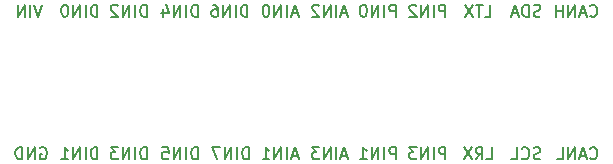
<source format=gbr>
%TF.GenerationSoftware,KiCad,Pcbnew,7.0.9*%
%TF.CreationDate,2024-01-02T14:00:46+09:00*%
%TF.ProjectId,TMA-1,544d412d-312e-46b6-9963-61645f706362,rev?*%
%TF.SameCoordinates,Original*%
%TF.FileFunction,Legend,Bot*%
%TF.FilePolarity,Positive*%
%FSLAX46Y46*%
G04 Gerber Fmt 4.6, Leading zero omitted, Abs format (unit mm)*
G04 Created by KiCad (PCBNEW 7.0.9) date 2024-01-02 14:00:46*
%MOMM*%
%LPD*%
G01*
G04 APERTURE LIST*
%ADD10C,0.150000*%
G04 APERTURE END LIST*
D10*
X175431220Y-44446819D02*
X175431220Y-43446819D01*
X175431220Y-43446819D02*
X175193125Y-43446819D01*
X175193125Y-43446819D02*
X175050268Y-43494438D01*
X175050268Y-43494438D02*
X174955030Y-43589676D01*
X174955030Y-43589676D02*
X174907411Y-43684914D01*
X174907411Y-43684914D02*
X174859792Y-43875390D01*
X174859792Y-43875390D02*
X174859792Y-44018247D01*
X174859792Y-44018247D02*
X174907411Y-44208723D01*
X174907411Y-44208723D02*
X174955030Y-44303961D01*
X174955030Y-44303961D02*
X175050268Y-44399200D01*
X175050268Y-44399200D02*
X175193125Y-44446819D01*
X175193125Y-44446819D02*
X175431220Y-44446819D01*
X174431220Y-44446819D02*
X174431220Y-43446819D01*
X173955030Y-44446819D02*
X173955030Y-43446819D01*
X173955030Y-43446819D02*
X173383602Y-44446819D01*
X173383602Y-44446819D02*
X173383602Y-43446819D01*
X172478840Y-43446819D02*
X172669316Y-43446819D01*
X172669316Y-43446819D02*
X172764554Y-43494438D01*
X172764554Y-43494438D02*
X172812173Y-43542057D01*
X172812173Y-43542057D02*
X172907411Y-43684914D01*
X172907411Y-43684914D02*
X172955030Y-43875390D01*
X172955030Y-43875390D02*
X172955030Y-44256342D01*
X172955030Y-44256342D02*
X172907411Y-44351580D01*
X172907411Y-44351580D02*
X172859792Y-44399200D01*
X172859792Y-44399200D02*
X172764554Y-44446819D01*
X172764554Y-44446819D02*
X172574078Y-44446819D01*
X172574078Y-44446819D02*
X172478840Y-44399200D01*
X172478840Y-44399200D02*
X172431221Y-44351580D01*
X172431221Y-44351580D02*
X172383602Y-44256342D01*
X172383602Y-44256342D02*
X172383602Y-44018247D01*
X172383602Y-44018247D02*
X172431221Y-43923009D01*
X172431221Y-43923009D02*
X172478840Y-43875390D01*
X172478840Y-43875390D02*
X172574078Y-43827771D01*
X172574078Y-43827771D02*
X172764554Y-43827771D01*
X172764554Y-43827771D02*
X172859792Y-43875390D01*
X172859792Y-43875390D02*
X172907411Y-43923009D01*
X172907411Y-43923009D02*
X172955030Y-44018247D01*
X192195220Y-44446819D02*
X192195220Y-43446819D01*
X192195220Y-43446819D02*
X191814268Y-43446819D01*
X191814268Y-43446819D02*
X191719030Y-43494438D01*
X191719030Y-43494438D02*
X191671411Y-43542057D01*
X191671411Y-43542057D02*
X191623792Y-43637295D01*
X191623792Y-43637295D02*
X191623792Y-43780152D01*
X191623792Y-43780152D02*
X191671411Y-43875390D01*
X191671411Y-43875390D02*
X191719030Y-43923009D01*
X191719030Y-43923009D02*
X191814268Y-43970628D01*
X191814268Y-43970628D02*
X192195220Y-43970628D01*
X191195220Y-44446819D02*
X191195220Y-43446819D01*
X190719030Y-44446819D02*
X190719030Y-43446819D01*
X190719030Y-43446819D02*
X190147602Y-44446819D01*
X190147602Y-44446819D02*
X190147602Y-43446819D01*
X189719030Y-43542057D02*
X189671411Y-43494438D01*
X189671411Y-43494438D02*
X189576173Y-43446819D01*
X189576173Y-43446819D02*
X189338078Y-43446819D01*
X189338078Y-43446819D02*
X189242840Y-43494438D01*
X189242840Y-43494438D02*
X189195221Y-43542057D01*
X189195221Y-43542057D02*
X189147602Y-43637295D01*
X189147602Y-43637295D02*
X189147602Y-43732533D01*
X189147602Y-43732533D02*
X189195221Y-43875390D01*
X189195221Y-43875390D02*
X189766649Y-44446819D01*
X189766649Y-44446819D02*
X189147602Y-44446819D01*
X188004220Y-56511819D02*
X188004220Y-55511819D01*
X188004220Y-55511819D02*
X187623268Y-55511819D01*
X187623268Y-55511819D02*
X187528030Y-55559438D01*
X187528030Y-55559438D02*
X187480411Y-55607057D01*
X187480411Y-55607057D02*
X187432792Y-55702295D01*
X187432792Y-55702295D02*
X187432792Y-55845152D01*
X187432792Y-55845152D02*
X187480411Y-55940390D01*
X187480411Y-55940390D02*
X187528030Y-55988009D01*
X187528030Y-55988009D02*
X187623268Y-56035628D01*
X187623268Y-56035628D02*
X188004220Y-56035628D01*
X187004220Y-56511819D02*
X187004220Y-55511819D01*
X186528030Y-56511819D02*
X186528030Y-55511819D01*
X186528030Y-55511819D02*
X185956602Y-56511819D01*
X185956602Y-56511819D02*
X185956602Y-55511819D01*
X184956602Y-56511819D02*
X185528030Y-56511819D01*
X185242316Y-56511819D02*
X185242316Y-55511819D01*
X185242316Y-55511819D02*
X185337554Y-55654676D01*
X185337554Y-55654676D02*
X185432792Y-55749914D01*
X185432792Y-55749914D02*
X185528030Y-55797533D01*
X200243839Y-44399200D02*
X200100982Y-44446819D01*
X200100982Y-44446819D02*
X199862887Y-44446819D01*
X199862887Y-44446819D02*
X199767649Y-44399200D01*
X199767649Y-44399200D02*
X199720030Y-44351580D01*
X199720030Y-44351580D02*
X199672411Y-44256342D01*
X199672411Y-44256342D02*
X199672411Y-44161104D01*
X199672411Y-44161104D02*
X199720030Y-44065866D01*
X199720030Y-44065866D02*
X199767649Y-44018247D01*
X199767649Y-44018247D02*
X199862887Y-43970628D01*
X199862887Y-43970628D02*
X200053363Y-43923009D01*
X200053363Y-43923009D02*
X200148601Y-43875390D01*
X200148601Y-43875390D02*
X200196220Y-43827771D01*
X200196220Y-43827771D02*
X200243839Y-43732533D01*
X200243839Y-43732533D02*
X200243839Y-43637295D01*
X200243839Y-43637295D02*
X200196220Y-43542057D01*
X200196220Y-43542057D02*
X200148601Y-43494438D01*
X200148601Y-43494438D02*
X200053363Y-43446819D01*
X200053363Y-43446819D02*
X199815268Y-43446819D01*
X199815268Y-43446819D02*
X199672411Y-43494438D01*
X199243839Y-44446819D02*
X199243839Y-43446819D01*
X199243839Y-43446819D02*
X199005744Y-43446819D01*
X199005744Y-43446819D02*
X198862887Y-43494438D01*
X198862887Y-43494438D02*
X198767649Y-43589676D01*
X198767649Y-43589676D02*
X198720030Y-43684914D01*
X198720030Y-43684914D02*
X198672411Y-43875390D01*
X198672411Y-43875390D02*
X198672411Y-44018247D01*
X198672411Y-44018247D02*
X198720030Y-44208723D01*
X198720030Y-44208723D02*
X198767649Y-44303961D01*
X198767649Y-44303961D02*
X198862887Y-44399200D01*
X198862887Y-44399200D02*
X199005744Y-44446819D01*
X199005744Y-44446819D02*
X199243839Y-44446819D01*
X198291458Y-44161104D02*
X197815268Y-44161104D01*
X198386696Y-44446819D02*
X198053363Y-43446819D01*
X198053363Y-43446819D02*
X197720030Y-44446819D01*
X175558220Y-56511819D02*
X175558220Y-55511819D01*
X175558220Y-55511819D02*
X175320125Y-55511819D01*
X175320125Y-55511819D02*
X175177268Y-55559438D01*
X175177268Y-55559438D02*
X175082030Y-55654676D01*
X175082030Y-55654676D02*
X175034411Y-55749914D01*
X175034411Y-55749914D02*
X174986792Y-55940390D01*
X174986792Y-55940390D02*
X174986792Y-56083247D01*
X174986792Y-56083247D02*
X175034411Y-56273723D01*
X175034411Y-56273723D02*
X175082030Y-56368961D01*
X175082030Y-56368961D02*
X175177268Y-56464200D01*
X175177268Y-56464200D02*
X175320125Y-56511819D01*
X175320125Y-56511819D02*
X175558220Y-56511819D01*
X174558220Y-56511819D02*
X174558220Y-55511819D01*
X174082030Y-56511819D02*
X174082030Y-55511819D01*
X174082030Y-55511819D02*
X173510602Y-56511819D01*
X173510602Y-56511819D02*
X173510602Y-55511819D01*
X173129649Y-55511819D02*
X172462983Y-55511819D01*
X172462983Y-55511819D02*
X172891554Y-56511819D01*
X171240220Y-56511819D02*
X171240220Y-55511819D01*
X171240220Y-55511819D02*
X171002125Y-55511819D01*
X171002125Y-55511819D02*
X170859268Y-55559438D01*
X170859268Y-55559438D02*
X170764030Y-55654676D01*
X170764030Y-55654676D02*
X170716411Y-55749914D01*
X170716411Y-55749914D02*
X170668792Y-55940390D01*
X170668792Y-55940390D02*
X170668792Y-56083247D01*
X170668792Y-56083247D02*
X170716411Y-56273723D01*
X170716411Y-56273723D02*
X170764030Y-56368961D01*
X170764030Y-56368961D02*
X170859268Y-56464200D01*
X170859268Y-56464200D02*
X171002125Y-56511819D01*
X171002125Y-56511819D02*
X171240220Y-56511819D01*
X170240220Y-56511819D02*
X170240220Y-55511819D01*
X169764030Y-56511819D02*
X169764030Y-55511819D01*
X169764030Y-55511819D02*
X169192602Y-56511819D01*
X169192602Y-56511819D02*
X169192602Y-55511819D01*
X168240221Y-55511819D02*
X168716411Y-55511819D01*
X168716411Y-55511819D02*
X168764030Y-55988009D01*
X168764030Y-55988009D02*
X168716411Y-55940390D01*
X168716411Y-55940390D02*
X168621173Y-55892771D01*
X168621173Y-55892771D02*
X168383078Y-55892771D01*
X168383078Y-55892771D02*
X168287840Y-55940390D01*
X168287840Y-55940390D02*
X168240221Y-55988009D01*
X168240221Y-55988009D02*
X168192602Y-56083247D01*
X168192602Y-56083247D02*
X168192602Y-56321342D01*
X168192602Y-56321342D02*
X168240221Y-56416580D01*
X168240221Y-56416580D02*
X168287840Y-56464200D01*
X168287840Y-56464200D02*
X168383078Y-56511819D01*
X168383078Y-56511819D02*
X168621173Y-56511819D01*
X168621173Y-56511819D02*
X168716411Y-56464200D01*
X168716411Y-56464200D02*
X168764030Y-56416580D01*
X162731220Y-56511819D02*
X162731220Y-55511819D01*
X162731220Y-55511819D02*
X162493125Y-55511819D01*
X162493125Y-55511819D02*
X162350268Y-55559438D01*
X162350268Y-55559438D02*
X162255030Y-55654676D01*
X162255030Y-55654676D02*
X162207411Y-55749914D01*
X162207411Y-55749914D02*
X162159792Y-55940390D01*
X162159792Y-55940390D02*
X162159792Y-56083247D01*
X162159792Y-56083247D02*
X162207411Y-56273723D01*
X162207411Y-56273723D02*
X162255030Y-56368961D01*
X162255030Y-56368961D02*
X162350268Y-56464200D01*
X162350268Y-56464200D02*
X162493125Y-56511819D01*
X162493125Y-56511819D02*
X162731220Y-56511819D01*
X161731220Y-56511819D02*
X161731220Y-55511819D01*
X161255030Y-56511819D02*
X161255030Y-55511819D01*
X161255030Y-55511819D02*
X160683602Y-56511819D01*
X160683602Y-56511819D02*
X160683602Y-55511819D01*
X159683602Y-56511819D02*
X160255030Y-56511819D01*
X159969316Y-56511819D02*
X159969316Y-55511819D01*
X159969316Y-55511819D02*
X160064554Y-55654676D01*
X160064554Y-55654676D02*
X160159792Y-55749914D01*
X160159792Y-55749914D02*
X160255030Y-55797533D01*
X204450792Y-56416580D02*
X204498411Y-56464200D01*
X204498411Y-56464200D02*
X204641268Y-56511819D01*
X204641268Y-56511819D02*
X204736506Y-56511819D01*
X204736506Y-56511819D02*
X204879363Y-56464200D01*
X204879363Y-56464200D02*
X204974601Y-56368961D01*
X204974601Y-56368961D02*
X205022220Y-56273723D01*
X205022220Y-56273723D02*
X205069839Y-56083247D01*
X205069839Y-56083247D02*
X205069839Y-55940390D01*
X205069839Y-55940390D02*
X205022220Y-55749914D01*
X205022220Y-55749914D02*
X204974601Y-55654676D01*
X204974601Y-55654676D02*
X204879363Y-55559438D01*
X204879363Y-55559438D02*
X204736506Y-55511819D01*
X204736506Y-55511819D02*
X204641268Y-55511819D01*
X204641268Y-55511819D02*
X204498411Y-55559438D01*
X204498411Y-55559438D02*
X204450792Y-55607057D01*
X204069839Y-56226104D02*
X203593649Y-56226104D01*
X204165077Y-56511819D02*
X203831744Y-55511819D01*
X203831744Y-55511819D02*
X203498411Y-56511819D01*
X203165077Y-56511819D02*
X203165077Y-55511819D01*
X203165077Y-55511819D02*
X202593649Y-56511819D01*
X202593649Y-56511819D02*
X202593649Y-55511819D01*
X201641268Y-56511819D02*
X202117458Y-56511819D01*
X202117458Y-56511819D02*
X202117458Y-55511819D01*
X162731220Y-44446819D02*
X162731220Y-43446819D01*
X162731220Y-43446819D02*
X162493125Y-43446819D01*
X162493125Y-43446819D02*
X162350268Y-43494438D01*
X162350268Y-43494438D02*
X162255030Y-43589676D01*
X162255030Y-43589676D02*
X162207411Y-43684914D01*
X162207411Y-43684914D02*
X162159792Y-43875390D01*
X162159792Y-43875390D02*
X162159792Y-44018247D01*
X162159792Y-44018247D02*
X162207411Y-44208723D01*
X162207411Y-44208723D02*
X162255030Y-44303961D01*
X162255030Y-44303961D02*
X162350268Y-44399200D01*
X162350268Y-44399200D02*
X162493125Y-44446819D01*
X162493125Y-44446819D02*
X162731220Y-44446819D01*
X161731220Y-44446819D02*
X161731220Y-43446819D01*
X161255030Y-44446819D02*
X161255030Y-43446819D01*
X161255030Y-43446819D02*
X160683602Y-44446819D01*
X160683602Y-44446819D02*
X160683602Y-43446819D01*
X160016935Y-43446819D02*
X159921697Y-43446819D01*
X159921697Y-43446819D02*
X159826459Y-43494438D01*
X159826459Y-43494438D02*
X159778840Y-43542057D01*
X159778840Y-43542057D02*
X159731221Y-43637295D01*
X159731221Y-43637295D02*
X159683602Y-43827771D01*
X159683602Y-43827771D02*
X159683602Y-44065866D01*
X159683602Y-44065866D02*
X159731221Y-44256342D01*
X159731221Y-44256342D02*
X159778840Y-44351580D01*
X159778840Y-44351580D02*
X159826459Y-44399200D01*
X159826459Y-44399200D02*
X159921697Y-44446819D01*
X159921697Y-44446819D02*
X160016935Y-44446819D01*
X160016935Y-44446819D02*
X160112173Y-44399200D01*
X160112173Y-44399200D02*
X160159792Y-44351580D01*
X160159792Y-44351580D02*
X160207411Y-44256342D01*
X160207411Y-44256342D02*
X160255030Y-44065866D01*
X160255030Y-44065866D02*
X160255030Y-43827771D01*
X160255030Y-43827771D02*
X160207411Y-43637295D01*
X160207411Y-43637295D02*
X160159792Y-43542057D01*
X160159792Y-43542057D02*
X160112173Y-43494438D01*
X160112173Y-43494438D02*
X160016935Y-43446819D01*
X195656030Y-56511819D02*
X196132220Y-56511819D01*
X196132220Y-56511819D02*
X196132220Y-55511819D01*
X194751268Y-56511819D02*
X195084601Y-56035628D01*
X195322696Y-56511819D02*
X195322696Y-55511819D01*
X195322696Y-55511819D02*
X194941744Y-55511819D01*
X194941744Y-55511819D02*
X194846506Y-55559438D01*
X194846506Y-55559438D02*
X194798887Y-55607057D01*
X194798887Y-55607057D02*
X194751268Y-55702295D01*
X194751268Y-55702295D02*
X194751268Y-55845152D01*
X194751268Y-55845152D02*
X194798887Y-55940390D01*
X194798887Y-55940390D02*
X194846506Y-55988009D01*
X194846506Y-55988009D02*
X194941744Y-56035628D01*
X194941744Y-56035628D02*
X195322696Y-56035628D01*
X194417934Y-55511819D02*
X193751268Y-56511819D01*
X193751268Y-55511819D02*
X194417934Y-56511819D01*
X183860839Y-56226104D02*
X183384649Y-56226104D01*
X183956077Y-56511819D02*
X183622744Y-55511819D01*
X183622744Y-55511819D02*
X183289411Y-56511819D01*
X182956077Y-56511819D02*
X182956077Y-55511819D01*
X182479887Y-56511819D02*
X182479887Y-55511819D01*
X182479887Y-55511819D02*
X181908459Y-56511819D01*
X181908459Y-56511819D02*
X181908459Y-55511819D01*
X181527506Y-55511819D02*
X180908459Y-55511819D01*
X180908459Y-55511819D02*
X181241792Y-55892771D01*
X181241792Y-55892771D02*
X181098935Y-55892771D01*
X181098935Y-55892771D02*
X181003697Y-55940390D01*
X181003697Y-55940390D02*
X180956078Y-55988009D01*
X180956078Y-55988009D02*
X180908459Y-56083247D01*
X180908459Y-56083247D02*
X180908459Y-56321342D01*
X180908459Y-56321342D02*
X180956078Y-56416580D01*
X180956078Y-56416580D02*
X181003697Y-56464200D01*
X181003697Y-56464200D02*
X181098935Y-56511819D01*
X181098935Y-56511819D02*
X181384649Y-56511819D01*
X181384649Y-56511819D02*
X181479887Y-56464200D01*
X181479887Y-56464200D02*
X181527506Y-56416580D01*
X183860839Y-44161104D02*
X183384649Y-44161104D01*
X183956077Y-44446819D02*
X183622744Y-43446819D01*
X183622744Y-43446819D02*
X183289411Y-44446819D01*
X182956077Y-44446819D02*
X182956077Y-43446819D01*
X182479887Y-44446819D02*
X182479887Y-43446819D01*
X182479887Y-43446819D02*
X181908459Y-44446819D01*
X181908459Y-44446819D02*
X181908459Y-43446819D01*
X181479887Y-43542057D02*
X181432268Y-43494438D01*
X181432268Y-43494438D02*
X181337030Y-43446819D01*
X181337030Y-43446819D02*
X181098935Y-43446819D01*
X181098935Y-43446819D02*
X181003697Y-43494438D01*
X181003697Y-43494438D02*
X180956078Y-43542057D01*
X180956078Y-43542057D02*
X180908459Y-43637295D01*
X180908459Y-43637295D02*
X180908459Y-43732533D01*
X180908459Y-43732533D02*
X180956078Y-43875390D01*
X180956078Y-43875390D02*
X181527506Y-44446819D01*
X181527506Y-44446819D02*
X180908459Y-44446819D01*
X166922220Y-56511819D02*
X166922220Y-55511819D01*
X166922220Y-55511819D02*
X166684125Y-55511819D01*
X166684125Y-55511819D02*
X166541268Y-55559438D01*
X166541268Y-55559438D02*
X166446030Y-55654676D01*
X166446030Y-55654676D02*
X166398411Y-55749914D01*
X166398411Y-55749914D02*
X166350792Y-55940390D01*
X166350792Y-55940390D02*
X166350792Y-56083247D01*
X166350792Y-56083247D02*
X166398411Y-56273723D01*
X166398411Y-56273723D02*
X166446030Y-56368961D01*
X166446030Y-56368961D02*
X166541268Y-56464200D01*
X166541268Y-56464200D02*
X166684125Y-56511819D01*
X166684125Y-56511819D02*
X166922220Y-56511819D01*
X165922220Y-56511819D02*
X165922220Y-55511819D01*
X165446030Y-56511819D02*
X165446030Y-55511819D01*
X165446030Y-55511819D02*
X164874602Y-56511819D01*
X164874602Y-56511819D02*
X164874602Y-55511819D01*
X164493649Y-55511819D02*
X163874602Y-55511819D01*
X163874602Y-55511819D02*
X164207935Y-55892771D01*
X164207935Y-55892771D02*
X164065078Y-55892771D01*
X164065078Y-55892771D02*
X163969840Y-55940390D01*
X163969840Y-55940390D02*
X163922221Y-55988009D01*
X163922221Y-55988009D02*
X163874602Y-56083247D01*
X163874602Y-56083247D02*
X163874602Y-56321342D01*
X163874602Y-56321342D02*
X163922221Y-56416580D01*
X163922221Y-56416580D02*
X163969840Y-56464200D01*
X163969840Y-56464200D02*
X164065078Y-56511819D01*
X164065078Y-56511819D02*
X164350792Y-56511819D01*
X164350792Y-56511819D02*
X164446030Y-56464200D01*
X164446030Y-56464200D02*
X164493649Y-56416580D01*
X158048077Y-43446819D02*
X157714744Y-44446819D01*
X157714744Y-44446819D02*
X157381411Y-43446819D01*
X157048077Y-44446819D02*
X157048077Y-43446819D01*
X156571887Y-44446819D02*
X156571887Y-43446819D01*
X156571887Y-43446819D02*
X156000459Y-44446819D01*
X156000459Y-44446819D02*
X156000459Y-43446819D01*
X171240220Y-44446819D02*
X171240220Y-43446819D01*
X171240220Y-43446819D02*
X171002125Y-43446819D01*
X171002125Y-43446819D02*
X170859268Y-43494438D01*
X170859268Y-43494438D02*
X170764030Y-43589676D01*
X170764030Y-43589676D02*
X170716411Y-43684914D01*
X170716411Y-43684914D02*
X170668792Y-43875390D01*
X170668792Y-43875390D02*
X170668792Y-44018247D01*
X170668792Y-44018247D02*
X170716411Y-44208723D01*
X170716411Y-44208723D02*
X170764030Y-44303961D01*
X170764030Y-44303961D02*
X170859268Y-44399200D01*
X170859268Y-44399200D02*
X171002125Y-44446819D01*
X171002125Y-44446819D02*
X171240220Y-44446819D01*
X170240220Y-44446819D02*
X170240220Y-43446819D01*
X169764030Y-44446819D02*
X169764030Y-43446819D01*
X169764030Y-43446819D02*
X169192602Y-44446819D01*
X169192602Y-44446819D02*
X169192602Y-43446819D01*
X168287840Y-43780152D02*
X168287840Y-44446819D01*
X168525935Y-43399200D02*
X168764030Y-44113485D01*
X168764030Y-44113485D02*
X168144983Y-44113485D01*
X195529030Y-44446819D02*
X196005220Y-44446819D01*
X196005220Y-44446819D02*
X196005220Y-43446819D01*
X195338553Y-43446819D02*
X194767125Y-43446819D01*
X195052839Y-44446819D02*
X195052839Y-43446819D01*
X194529029Y-43446819D02*
X193862363Y-44446819D01*
X193862363Y-43446819D02*
X194529029Y-44446819D01*
X157889411Y-55559438D02*
X157984649Y-55511819D01*
X157984649Y-55511819D02*
X158127506Y-55511819D01*
X158127506Y-55511819D02*
X158270363Y-55559438D01*
X158270363Y-55559438D02*
X158365601Y-55654676D01*
X158365601Y-55654676D02*
X158413220Y-55749914D01*
X158413220Y-55749914D02*
X158460839Y-55940390D01*
X158460839Y-55940390D02*
X158460839Y-56083247D01*
X158460839Y-56083247D02*
X158413220Y-56273723D01*
X158413220Y-56273723D02*
X158365601Y-56368961D01*
X158365601Y-56368961D02*
X158270363Y-56464200D01*
X158270363Y-56464200D02*
X158127506Y-56511819D01*
X158127506Y-56511819D02*
X158032268Y-56511819D01*
X158032268Y-56511819D02*
X157889411Y-56464200D01*
X157889411Y-56464200D02*
X157841792Y-56416580D01*
X157841792Y-56416580D02*
X157841792Y-56083247D01*
X157841792Y-56083247D02*
X158032268Y-56083247D01*
X157413220Y-56511819D02*
X157413220Y-55511819D01*
X157413220Y-55511819D02*
X156841792Y-56511819D01*
X156841792Y-56511819D02*
X156841792Y-55511819D01*
X156365601Y-56511819D02*
X156365601Y-55511819D01*
X156365601Y-55511819D02*
X156127506Y-55511819D01*
X156127506Y-55511819D02*
X155984649Y-55559438D01*
X155984649Y-55559438D02*
X155889411Y-55654676D01*
X155889411Y-55654676D02*
X155841792Y-55749914D01*
X155841792Y-55749914D02*
X155794173Y-55940390D01*
X155794173Y-55940390D02*
X155794173Y-56083247D01*
X155794173Y-56083247D02*
X155841792Y-56273723D01*
X155841792Y-56273723D02*
X155889411Y-56368961D01*
X155889411Y-56368961D02*
X155984649Y-56464200D01*
X155984649Y-56464200D02*
X156127506Y-56511819D01*
X156127506Y-56511819D02*
X156365601Y-56511819D01*
X192195220Y-56511819D02*
X192195220Y-55511819D01*
X192195220Y-55511819D02*
X191814268Y-55511819D01*
X191814268Y-55511819D02*
X191719030Y-55559438D01*
X191719030Y-55559438D02*
X191671411Y-55607057D01*
X191671411Y-55607057D02*
X191623792Y-55702295D01*
X191623792Y-55702295D02*
X191623792Y-55845152D01*
X191623792Y-55845152D02*
X191671411Y-55940390D01*
X191671411Y-55940390D02*
X191719030Y-55988009D01*
X191719030Y-55988009D02*
X191814268Y-56035628D01*
X191814268Y-56035628D02*
X192195220Y-56035628D01*
X191195220Y-56511819D02*
X191195220Y-55511819D01*
X190719030Y-56511819D02*
X190719030Y-55511819D01*
X190719030Y-55511819D02*
X190147602Y-56511819D01*
X190147602Y-56511819D02*
X190147602Y-55511819D01*
X189766649Y-55511819D02*
X189147602Y-55511819D01*
X189147602Y-55511819D02*
X189480935Y-55892771D01*
X189480935Y-55892771D02*
X189338078Y-55892771D01*
X189338078Y-55892771D02*
X189242840Y-55940390D01*
X189242840Y-55940390D02*
X189195221Y-55988009D01*
X189195221Y-55988009D02*
X189147602Y-56083247D01*
X189147602Y-56083247D02*
X189147602Y-56321342D01*
X189147602Y-56321342D02*
X189195221Y-56416580D01*
X189195221Y-56416580D02*
X189242840Y-56464200D01*
X189242840Y-56464200D02*
X189338078Y-56511819D01*
X189338078Y-56511819D02*
X189623792Y-56511819D01*
X189623792Y-56511819D02*
X189719030Y-56464200D01*
X189719030Y-56464200D02*
X189766649Y-56416580D01*
X166922220Y-44446819D02*
X166922220Y-43446819D01*
X166922220Y-43446819D02*
X166684125Y-43446819D01*
X166684125Y-43446819D02*
X166541268Y-43494438D01*
X166541268Y-43494438D02*
X166446030Y-43589676D01*
X166446030Y-43589676D02*
X166398411Y-43684914D01*
X166398411Y-43684914D02*
X166350792Y-43875390D01*
X166350792Y-43875390D02*
X166350792Y-44018247D01*
X166350792Y-44018247D02*
X166398411Y-44208723D01*
X166398411Y-44208723D02*
X166446030Y-44303961D01*
X166446030Y-44303961D02*
X166541268Y-44399200D01*
X166541268Y-44399200D02*
X166684125Y-44446819D01*
X166684125Y-44446819D02*
X166922220Y-44446819D01*
X165922220Y-44446819D02*
X165922220Y-43446819D01*
X165446030Y-44446819D02*
X165446030Y-43446819D01*
X165446030Y-43446819D02*
X164874602Y-44446819D01*
X164874602Y-44446819D02*
X164874602Y-43446819D01*
X164446030Y-43542057D02*
X164398411Y-43494438D01*
X164398411Y-43494438D02*
X164303173Y-43446819D01*
X164303173Y-43446819D02*
X164065078Y-43446819D01*
X164065078Y-43446819D02*
X163969840Y-43494438D01*
X163969840Y-43494438D02*
X163922221Y-43542057D01*
X163922221Y-43542057D02*
X163874602Y-43637295D01*
X163874602Y-43637295D02*
X163874602Y-43732533D01*
X163874602Y-43732533D02*
X163922221Y-43875390D01*
X163922221Y-43875390D02*
X164493649Y-44446819D01*
X164493649Y-44446819D02*
X163874602Y-44446819D01*
X179669839Y-56226104D02*
X179193649Y-56226104D01*
X179765077Y-56511819D02*
X179431744Y-55511819D01*
X179431744Y-55511819D02*
X179098411Y-56511819D01*
X178765077Y-56511819D02*
X178765077Y-55511819D01*
X178288887Y-56511819D02*
X178288887Y-55511819D01*
X178288887Y-55511819D02*
X177717459Y-56511819D01*
X177717459Y-56511819D02*
X177717459Y-55511819D01*
X176717459Y-56511819D02*
X177288887Y-56511819D01*
X177003173Y-56511819D02*
X177003173Y-55511819D01*
X177003173Y-55511819D02*
X177098411Y-55654676D01*
X177098411Y-55654676D02*
X177193649Y-55749914D01*
X177193649Y-55749914D02*
X177288887Y-55797533D01*
X179669839Y-44161104D02*
X179193649Y-44161104D01*
X179765077Y-44446819D02*
X179431744Y-43446819D01*
X179431744Y-43446819D02*
X179098411Y-44446819D01*
X178765077Y-44446819D02*
X178765077Y-43446819D01*
X178288887Y-44446819D02*
X178288887Y-43446819D01*
X178288887Y-43446819D02*
X177717459Y-44446819D01*
X177717459Y-44446819D02*
X177717459Y-43446819D01*
X177050792Y-43446819D02*
X176955554Y-43446819D01*
X176955554Y-43446819D02*
X176860316Y-43494438D01*
X176860316Y-43494438D02*
X176812697Y-43542057D01*
X176812697Y-43542057D02*
X176765078Y-43637295D01*
X176765078Y-43637295D02*
X176717459Y-43827771D01*
X176717459Y-43827771D02*
X176717459Y-44065866D01*
X176717459Y-44065866D02*
X176765078Y-44256342D01*
X176765078Y-44256342D02*
X176812697Y-44351580D01*
X176812697Y-44351580D02*
X176860316Y-44399200D01*
X176860316Y-44399200D02*
X176955554Y-44446819D01*
X176955554Y-44446819D02*
X177050792Y-44446819D01*
X177050792Y-44446819D02*
X177146030Y-44399200D01*
X177146030Y-44399200D02*
X177193649Y-44351580D01*
X177193649Y-44351580D02*
X177241268Y-44256342D01*
X177241268Y-44256342D02*
X177288887Y-44065866D01*
X177288887Y-44065866D02*
X177288887Y-43827771D01*
X177288887Y-43827771D02*
X177241268Y-43637295D01*
X177241268Y-43637295D02*
X177193649Y-43542057D01*
X177193649Y-43542057D02*
X177146030Y-43494438D01*
X177146030Y-43494438D02*
X177050792Y-43446819D01*
X204450792Y-44351580D02*
X204498411Y-44399200D01*
X204498411Y-44399200D02*
X204641268Y-44446819D01*
X204641268Y-44446819D02*
X204736506Y-44446819D01*
X204736506Y-44446819D02*
X204879363Y-44399200D01*
X204879363Y-44399200D02*
X204974601Y-44303961D01*
X204974601Y-44303961D02*
X205022220Y-44208723D01*
X205022220Y-44208723D02*
X205069839Y-44018247D01*
X205069839Y-44018247D02*
X205069839Y-43875390D01*
X205069839Y-43875390D02*
X205022220Y-43684914D01*
X205022220Y-43684914D02*
X204974601Y-43589676D01*
X204974601Y-43589676D02*
X204879363Y-43494438D01*
X204879363Y-43494438D02*
X204736506Y-43446819D01*
X204736506Y-43446819D02*
X204641268Y-43446819D01*
X204641268Y-43446819D02*
X204498411Y-43494438D01*
X204498411Y-43494438D02*
X204450792Y-43542057D01*
X204069839Y-44161104D02*
X203593649Y-44161104D01*
X204165077Y-44446819D02*
X203831744Y-43446819D01*
X203831744Y-43446819D02*
X203498411Y-44446819D01*
X203165077Y-44446819D02*
X203165077Y-43446819D01*
X203165077Y-43446819D02*
X202593649Y-44446819D01*
X202593649Y-44446819D02*
X202593649Y-43446819D01*
X202117458Y-44446819D02*
X202117458Y-43446819D01*
X202117458Y-43923009D02*
X201546030Y-43923009D01*
X201546030Y-44446819D02*
X201546030Y-43446819D01*
X200243839Y-56464200D02*
X200100982Y-56511819D01*
X200100982Y-56511819D02*
X199862887Y-56511819D01*
X199862887Y-56511819D02*
X199767649Y-56464200D01*
X199767649Y-56464200D02*
X199720030Y-56416580D01*
X199720030Y-56416580D02*
X199672411Y-56321342D01*
X199672411Y-56321342D02*
X199672411Y-56226104D01*
X199672411Y-56226104D02*
X199720030Y-56130866D01*
X199720030Y-56130866D02*
X199767649Y-56083247D01*
X199767649Y-56083247D02*
X199862887Y-56035628D01*
X199862887Y-56035628D02*
X200053363Y-55988009D01*
X200053363Y-55988009D02*
X200148601Y-55940390D01*
X200148601Y-55940390D02*
X200196220Y-55892771D01*
X200196220Y-55892771D02*
X200243839Y-55797533D01*
X200243839Y-55797533D02*
X200243839Y-55702295D01*
X200243839Y-55702295D02*
X200196220Y-55607057D01*
X200196220Y-55607057D02*
X200148601Y-55559438D01*
X200148601Y-55559438D02*
X200053363Y-55511819D01*
X200053363Y-55511819D02*
X199815268Y-55511819D01*
X199815268Y-55511819D02*
X199672411Y-55559438D01*
X198672411Y-56416580D02*
X198720030Y-56464200D01*
X198720030Y-56464200D02*
X198862887Y-56511819D01*
X198862887Y-56511819D02*
X198958125Y-56511819D01*
X198958125Y-56511819D02*
X199100982Y-56464200D01*
X199100982Y-56464200D02*
X199196220Y-56368961D01*
X199196220Y-56368961D02*
X199243839Y-56273723D01*
X199243839Y-56273723D02*
X199291458Y-56083247D01*
X199291458Y-56083247D02*
X199291458Y-55940390D01*
X199291458Y-55940390D02*
X199243839Y-55749914D01*
X199243839Y-55749914D02*
X199196220Y-55654676D01*
X199196220Y-55654676D02*
X199100982Y-55559438D01*
X199100982Y-55559438D02*
X198958125Y-55511819D01*
X198958125Y-55511819D02*
X198862887Y-55511819D01*
X198862887Y-55511819D02*
X198720030Y-55559438D01*
X198720030Y-55559438D02*
X198672411Y-55607057D01*
X197767649Y-56511819D02*
X198243839Y-56511819D01*
X198243839Y-56511819D02*
X198243839Y-55511819D01*
X188004220Y-44446819D02*
X188004220Y-43446819D01*
X188004220Y-43446819D02*
X187623268Y-43446819D01*
X187623268Y-43446819D02*
X187528030Y-43494438D01*
X187528030Y-43494438D02*
X187480411Y-43542057D01*
X187480411Y-43542057D02*
X187432792Y-43637295D01*
X187432792Y-43637295D02*
X187432792Y-43780152D01*
X187432792Y-43780152D02*
X187480411Y-43875390D01*
X187480411Y-43875390D02*
X187528030Y-43923009D01*
X187528030Y-43923009D02*
X187623268Y-43970628D01*
X187623268Y-43970628D02*
X188004220Y-43970628D01*
X187004220Y-44446819D02*
X187004220Y-43446819D01*
X186528030Y-44446819D02*
X186528030Y-43446819D01*
X186528030Y-43446819D02*
X185956602Y-44446819D01*
X185956602Y-44446819D02*
X185956602Y-43446819D01*
X185289935Y-43446819D02*
X185194697Y-43446819D01*
X185194697Y-43446819D02*
X185099459Y-43494438D01*
X185099459Y-43494438D02*
X185051840Y-43542057D01*
X185051840Y-43542057D02*
X185004221Y-43637295D01*
X185004221Y-43637295D02*
X184956602Y-43827771D01*
X184956602Y-43827771D02*
X184956602Y-44065866D01*
X184956602Y-44065866D02*
X185004221Y-44256342D01*
X185004221Y-44256342D02*
X185051840Y-44351580D01*
X185051840Y-44351580D02*
X185099459Y-44399200D01*
X185099459Y-44399200D02*
X185194697Y-44446819D01*
X185194697Y-44446819D02*
X185289935Y-44446819D01*
X185289935Y-44446819D02*
X185385173Y-44399200D01*
X185385173Y-44399200D02*
X185432792Y-44351580D01*
X185432792Y-44351580D02*
X185480411Y-44256342D01*
X185480411Y-44256342D02*
X185528030Y-44065866D01*
X185528030Y-44065866D02*
X185528030Y-43827771D01*
X185528030Y-43827771D02*
X185480411Y-43637295D01*
X185480411Y-43637295D02*
X185432792Y-43542057D01*
X185432792Y-43542057D02*
X185385173Y-43494438D01*
X185385173Y-43494438D02*
X185289935Y-43446819D01*
M02*

</source>
